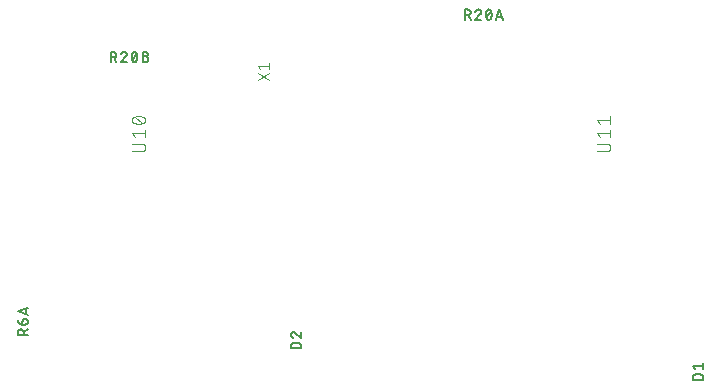
<source format=gbr>
G04 EAGLE Gerber RS-274X export*
G75*
%MOMM*%
%FSLAX34Y34*%
%LPD*%
%INLabels*%
%IPPOS*%
%AMOC8*
5,1,8,0,0,1.08239X$1,22.5*%
G01*
%ADD10C,0.127000*%
%ADD11C,0.101600*%


D10*
X951611Y661035D02*
X942975Y661035D01*
X942975Y663434D01*
X942977Y663531D01*
X942983Y663627D01*
X942992Y663723D01*
X943006Y663819D01*
X943023Y663914D01*
X943045Y664008D01*
X943070Y664101D01*
X943098Y664194D01*
X943131Y664285D01*
X943167Y664374D01*
X943207Y664462D01*
X943250Y664549D01*
X943296Y664634D01*
X943346Y664716D01*
X943400Y664797D01*
X943456Y664875D01*
X943516Y664951D01*
X943578Y665025D01*
X943644Y665096D01*
X943712Y665164D01*
X943783Y665230D01*
X943857Y665292D01*
X943933Y665352D01*
X944011Y665408D01*
X944092Y665462D01*
X944175Y665512D01*
X944259Y665558D01*
X944346Y665601D01*
X944434Y665641D01*
X944523Y665677D01*
X944614Y665710D01*
X944707Y665738D01*
X944800Y665763D01*
X944894Y665785D01*
X944989Y665802D01*
X945085Y665816D01*
X945181Y665825D01*
X945277Y665831D01*
X945374Y665833D01*
X949212Y665833D01*
X949309Y665831D01*
X949405Y665825D01*
X949501Y665816D01*
X949597Y665802D01*
X949692Y665785D01*
X949786Y665763D01*
X949879Y665738D01*
X949972Y665710D01*
X950063Y665677D01*
X950152Y665641D01*
X950240Y665601D01*
X950327Y665558D01*
X950412Y665512D01*
X950494Y665462D01*
X950575Y665408D01*
X950653Y665352D01*
X950729Y665292D01*
X950803Y665230D01*
X950874Y665164D01*
X950942Y665096D01*
X951008Y665025D01*
X951070Y664951D01*
X951130Y664875D01*
X951186Y664797D01*
X951240Y664716D01*
X951290Y664634D01*
X951336Y664549D01*
X951379Y664462D01*
X951419Y664374D01*
X951455Y664285D01*
X951488Y664194D01*
X951516Y664101D01*
X951541Y664008D01*
X951563Y663914D01*
X951580Y663819D01*
X951594Y663723D01*
X951603Y663627D01*
X951609Y663531D01*
X951611Y663434D01*
X951611Y661035D01*
X944894Y670248D02*
X942975Y672646D01*
X951611Y672646D01*
X951611Y670248D02*
X951611Y675045D01*
X611251Y687705D02*
X602615Y687705D01*
X602615Y690104D01*
X602617Y690201D01*
X602623Y690297D01*
X602632Y690393D01*
X602646Y690489D01*
X602663Y690584D01*
X602685Y690678D01*
X602710Y690771D01*
X602738Y690864D01*
X602771Y690955D01*
X602807Y691044D01*
X602847Y691132D01*
X602890Y691219D01*
X602936Y691304D01*
X602986Y691386D01*
X603040Y691467D01*
X603096Y691545D01*
X603156Y691621D01*
X603218Y691695D01*
X603284Y691766D01*
X603352Y691834D01*
X603423Y691900D01*
X603497Y691962D01*
X603573Y692022D01*
X603651Y692078D01*
X603732Y692132D01*
X603815Y692182D01*
X603899Y692228D01*
X603986Y692271D01*
X604074Y692311D01*
X604163Y692347D01*
X604254Y692380D01*
X604347Y692408D01*
X604440Y692433D01*
X604534Y692455D01*
X604629Y692472D01*
X604725Y692486D01*
X604821Y692495D01*
X604917Y692501D01*
X605014Y692503D01*
X608852Y692503D01*
X608949Y692501D01*
X609045Y692495D01*
X609141Y692486D01*
X609237Y692472D01*
X609332Y692455D01*
X609426Y692433D01*
X609519Y692408D01*
X609612Y692380D01*
X609703Y692347D01*
X609792Y692311D01*
X609880Y692271D01*
X609967Y692228D01*
X610052Y692182D01*
X610134Y692132D01*
X610215Y692078D01*
X610293Y692022D01*
X610369Y691962D01*
X610443Y691900D01*
X610514Y691834D01*
X610582Y691766D01*
X610648Y691695D01*
X610710Y691621D01*
X610770Y691545D01*
X610826Y691467D01*
X610880Y691386D01*
X610930Y691304D01*
X610976Y691219D01*
X611019Y691132D01*
X611059Y691044D01*
X611095Y690955D01*
X611128Y690864D01*
X611156Y690771D01*
X611181Y690678D01*
X611203Y690584D01*
X611220Y690489D01*
X611234Y690393D01*
X611243Y690297D01*
X611249Y690201D01*
X611251Y690104D01*
X611251Y687705D01*
X602615Y699556D02*
X602617Y699648D01*
X602623Y699739D01*
X602632Y699830D01*
X602646Y699921D01*
X602663Y700011D01*
X602685Y700100D01*
X602710Y700188D01*
X602738Y700275D01*
X602771Y700361D01*
X602807Y700445D01*
X602846Y700528D01*
X602889Y700609D01*
X602936Y700688D01*
X602985Y700765D01*
X603038Y700840D01*
X603094Y700912D01*
X603153Y700982D01*
X603215Y701050D01*
X603280Y701115D01*
X603348Y701177D01*
X603418Y701236D01*
X603490Y701292D01*
X603565Y701345D01*
X603642Y701394D01*
X603721Y701441D01*
X603802Y701484D01*
X603885Y701523D01*
X603969Y701559D01*
X604055Y701592D01*
X604142Y701620D01*
X604230Y701645D01*
X604319Y701667D01*
X604409Y701684D01*
X604500Y701698D01*
X604591Y701707D01*
X604682Y701713D01*
X604774Y701715D01*
X602615Y699556D02*
X602617Y699453D01*
X602623Y699351D01*
X602632Y699249D01*
X602645Y699147D01*
X602662Y699046D01*
X602683Y698945D01*
X602707Y698846D01*
X602736Y698747D01*
X602767Y698650D01*
X602803Y698553D01*
X602841Y698458D01*
X602884Y698365D01*
X602930Y698273D01*
X602979Y698183D01*
X603031Y698095D01*
X603087Y698008D01*
X603146Y697924D01*
X603207Y697843D01*
X603272Y697763D01*
X603340Y697686D01*
X603411Y697611D01*
X603484Y697540D01*
X603560Y697471D01*
X603638Y697404D01*
X603719Y697341D01*
X603802Y697281D01*
X603887Y697224D01*
X603974Y697170D01*
X604064Y697119D01*
X604155Y697072D01*
X604247Y697028D01*
X604342Y696987D01*
X604437Y696950D01*
X604534Y696917D01*
X606453Y700995D02*
X606387Y701062D01*
X606318Y701126D01*
X606247Y701187D01*
X606173Y701245D01*
X606097Y701300D01*
X606019Y701352D01*
X605939Y701401D01*
X605857Y701447D01*
X605773Y701489D01*
X605687Y701528D01*
X605600Y701563D01*
X605512Y701594D01*
X605422Y701622D01*
X605332Y701647D01*
X605240Y701668D01*
X605148Y701685D01*
X605055Y701698D01*
X604962Y701707D01*
X604868Y701713D01*
X604774Y701715D01*
X606453Y700996D02*
X611251Y696918D01*
X611251Y701715D01*
X749935Y966089D02*
X749935Y974725D01*
X752334Y974725D01*
X752431Y974723D01*
X752527Y974717D01*
X752623Y974708D01*
X752719Y974694D01*
X752814Y974677D01*
X752908Y974655D01*
X753001Y974630D01*
X753094Y974602D01*
X753185Y974569D01*
X753274Y974533D01*
X753362Y974493D01*
X753449Y974450D01*
X753534Y974404D01*
X753616Y974354D01*
X753697Y974300D01*
X753775Y974244D01*
X753851Y974184D01*
X753925Y974122D01*
X753996Y974056D01*
X754064Y973988D01*
X754130Y973917D01*
X754192Y973843D01*
X754252Y973767D01*
X754308Y973689D01*
X754362Y973608D01*
X754412Y973526D01*
X754458Y973441D01*
X754501Y973354D01*
X754541Y973266D01*
X754577Y973177D01*
X754610Y973086D01*
X754638Y972993D01*
X754663Y972900D01*
X754685Y972806D01*
X754702Y972711D01*
X754716Y972615D01*
X754725Y972519D01*
X754731Y972423D01*
X754733Y972326D01*
X754731Y972229D01*
X754725Y972133D01*
X754716Y972037D01*
X754702Y971941D01*
X754685Y971846D01*
X754663Y971752D01*
X754638Y971659D01*
X754610Y971566D01*
X754577Y971475D01*
X754541Y971386D01*
X754501Y971298D01*
X754458Y971211D01*
X754412Y971127D01*
X754362Y971044D01*
X754308Y970963D01*
X754252Y970885D01*
X754192Y970809D01*
X754130Y970735D01*
X754064Y970664D01*
X753996Y970596D01*
X753925Y970530D01*
X753851Y970468D01*
X753775Y970408D01*
X753697Y970352D01*
X753616Y970298D01*
X753534Y970248D01*
X753449Y970202D01*
X753362Y970159D01*
X753274Y970119D01*
X753185Y970083D01*
X753094Y970050D01*
X753001Y970022D01*
X752908Y969997D01*
X752814Y969975D01*
X752719Y969958D01*
X752623Y969944D01*
X752527Y969935D01*
X752431Y969929D01*
X752334Y969927D01*
X749935Y969927D01*
X752814Y969927D02*
X754733Y966089D01*
X761414Y974725D02*
X761506Y974723D01*
X761597Y974717D01*
X761688Y974708D01*
X761779Y974694D01*
X761869Y974677D01*
X761958Y974655D01*
X762046Y974630D01*
X762133Y974602D01*
X762219Y974569D01*
X762303Y974533D01*
X762386Y974494D01*
X762467Y974451D01*
X762546Y974404D01*
X762623Y974355D01*
X762698Y974302D01*
X762770Y974246D01*
X762840Y974187D01*
X762908Y974125D01*
X762973Y974060D01*
X763035Y973992D01*
X763094Y973922D01*
X763150Y973850D01*
X763203Y973775D01*
X763252Y973698D01*
X763299Y973619D01*
X763342Y973538D01*
X763381Y973455D01*
X763417Y973371D01*
X763450Y973285D01*
X763478Y973198D01*
X763503Y973110D01*
X763525Y973021D01*
X763542Y972931D01*
X763556Y972840D01*
X763565Y972749D01*
X763571Y972658D01*
X763573Y972566D01*
X761414Y974725D02*
X761311Y974723D01*
X761209Y974717D01*
X761107Y974708D01*
X761005Y974695D01*
X760904Y974678D01*
X760803Y974657D01*
X760704Y974633D01*
X760605Y974604D01*
X760508Y974573D01*
X760411Y974537D01*
X760316Y974499D01*
X760223Y974456D01*
X760131Y974410D01*
X760041Y974361D01*
X759953Y974309D01*
X759866Y974253D01*
X759782Y974194D01*
X759701Y974133D01*
X759621Y974068D01*
X759544Y974000D01*
X759469Y973929D01*
X759398Y973856D01*
X759329Y973780D01*
X759262Y973702D01*
X759199Y973621D01*
X759139Y973538D01*
X759082Y973453D01*
X759028Y973366D01*
X758977Y973276D01*
X758930Y973185D01*
X758886Y973093D01*
X758845Y972998D01*
X758808Y972903D01*
X758775Y972806D01*
X762853Y970887D02*
X762920Y970953D01*
X762984Y971022D01*
X763045Y971093D01*
X763103Y971167D01*
X763158Y971243D01*
X763210Y971321D01*
X763259Y971401D01*
X763305Y971483D01*
X763347Y971567D01*
X763386Y971653D01*
X763421Y971740D01*
X763452Y971828D01*
X763480Y971918D01*
X763505Y972008D01*
X763526Y972100D01*
X763543Y972192D01*
X763556Y972285D01*
X763565Y972378D01*
X763571Y972472D01*
X763573Y972566D01*
X762854Y970887D02*
X758776Y966089D01*
X763573Y966089D01*
X767691Y970407D02*
X767693Y970577D01*
X767699Y970747D01*
X767709Y970916D01*
X767723Y971086D01*
X767742Y971255D01*
X767764Y971423D01*
X767790Y971591D01*
X767820Y971758D01*
X767855Y971924D01*
X767893Y972090D01*
X767935Y972255D01*
X767981Y972418D01*
X768031Y972581D01*
X768085Y972742D01*
X768142Y972902D01*
X768204Y973060D01*
X768269Y973217D01*
X768338Y973372D01*
X768411Y973526D01*
X768439Y973602D01*
X768471Y973677D01*
X768506Y973751D01*
X768544Y973823D01*
X768586Y973893D01*
X768631Y973961D01*
X768679Y974027D01*
X768730Y974091D01*
X768784Y974152D01*
X768840Y974211D01*
X768900Y974267D01*
X768961Y974320D01*
X769025Y974370D01*
X769092Y974418D01*
X769160Y974462D01*
X769231Y974503D01*
X769303Y974541D01*
X769377Y974575D01*
X769452Y974606D01*
X769529Y974634D01*
X769607Y974658D01*
X769686Y974678D01*
X769766Y974695D01*
X769846Y974708D01*
X769927Y974718D01*
X770008Y974723D01*
X770090Y974725D01*
X770172Y974723D01*
X770253Y974718D01*
X770334Y974708D01*
X770414Y974695D01*
X770494Y974678D01*
X770573Y974658D01*
X770651Y974634D01*
X770728Y974606D01*
X770803Y974575D01*
X770877Y974541D01*
X770949Y974503D01*
X771020Y974462D01*
X771088Y974418D01*
X771155Y974370D01*
X771219Y974320D01*
X771280Y974267D01*
X771340Y974211D01*
X771396Y974152D01*
X771450Y974091D01*
X771501Y974027D01*
X771549Y973961D01*
X771594Y973893D01*
X771636Y973823D01*
X771674Y973751D01*
X771709Y973677D01*
X771741Y973602D01*
X771769Y973526D01*
X771842Y973372D01*
X771911Y973217D01*
X771976Y973060D01*
X772038Y972902D01*
X772095Y972742D01*
X772149Y972581D01*
X772199Y972418D01*
X772245Y972255D01*
X772287Y972090D01*
X772325Y971924D01*
X772360Y971758D01*
X772390Y971591D01*
X772416Y971423D01*
X772438Y971255D01*
X772457Y971086D01*
X772471Y970916D01*
X772481Y970747D01*
X772487Y970577D01*
X772489Y970407D01*
X767691Y970407D02*
X767693Y970237D01*
X767699Y970067D01*
X767709Y969898D01*
X767723Y969728D01*
X767742Y969559D01*
X767764Y969391D01*
X767790Y969223D01*
X767820Y969056D01*
X767855Y968890D01*
X767893Y968724D01*
X767935Y968559D01*
X767981Y968396D01*
X768031Y968234D01*
X768085Y968072D01*
X768142Y967913D01*
X768204Y967754D01*
X768269Y967597D01*
X768338Y967442D01*
X768411Y967288D01*
X768439Y967212D01*
X768471Y967137D01*
X768506Y967063D01*
X768544Y966991D01*
X768586Y966921D01*
X768631Y966853D01*
X768679Y966787D01*
X768730Y966723D01*
X768784Y966662D01*
X768840Y966603D01*
X768900Y966547D01*
X768961Y966494D01*
X769025Y966444D01*
X769092Y966396D01*
X769160Y966352D01*
X769231Y966311D01*
X769303Y966273D01*
X769377Y966239D01*
X769452Y966208D01*
X769529Y966180D01*
X769607Y966156D01*
X769686Y966136D01*
X769766Y966119D01*
X769846Y966106D01*
X769927Y966096D01*
X770008Y966091D01*
X770090Y966089D01*
X771769Y967288D02*
X771842Y967442D01*
X771911Y967597D01*
X771976Y967754D01*
X772038Y967913D01*
X772095Y968072D01*
X772149Y968234D01*
X772199Y968396D01*
X772245Y968559D01*
X772287Y968724D01*
X772325Y968890D01*
X772360Y969056D01*
X772390Y969223D01*
X772416Y969391D01*
X772438Y969559D01*
X772457Y969728D01*
X772471Y969898D01*
X772481Y970067D01*
X772487Y970237D01*
X772489Y970407D01*
X771769Y967288D02*
X771741Y967212D01*
X771709Y967137D01*
X771674Y967063D01*
X771636Y966991D01*
X771594Y966921D01*
X771549Y966853D01*
X771501Y966787D01*
X771450Y966723D01*
X771396Y966662D01*
X771340Y966603D01*
X771280Y966547D01*
X771219Y966494D01*
X771155Y966444D01*
X771088Y966396D01*
X771020Y966352D01*
X770949Y966311D01*
X770877Y966273D01*
X770803Y966239D01*
X770728Y966208D01*
X770651Y966180D01*
X770573Y966156D01*
X770494Y966136D01*
X770414Y966119D01*
X770334Y966106D01*
X770253Y966096D01*
X770172Y966091D01*
X770090Y966089D01*
X768171Y968008D02*
X772009Y972806D01*
X779005Y974725D02*
X776127Y966089D01*
X781884Y966089D02*
X779005Y974725D01*
X781164Y968248D02*
X776846Y968248D01*
X450027Y938911D02*
X450027Y930275D01*
X450027Y938911D02*
X452426Y938911D01*
X452523Y938909D01*
X452619Y938903D01*
X452715Y938894D01*
X452811Y938880D01*
X452906Y938863D01*
X453000Y938841D01*
X453093Y938816D01*
X453186Y938788D01*
X453277Y938755D01*
X453366Y938719D01*
X453454Y938679D01*
X453541Y938636D01*
X453626Y938590D01*
X453708Y938540D01*
X453789Y938486D01*
X453867Y938430D01*
X453943Y938370D01*
X454017Y938308D01*
X454088Y938242D01*
X454156Y938174D01*
X454222Y938103D01*
X454284Y938029D01*
X454344Y937953D01*
X454400Y937875D01*
X454454Y937794D01*
X454504Y937712D01*
X454550Y937627D01*
X454593Y937540D01*
X454633Y937452D01*
X454669Y937363D01*
X454702Y937272D01*
X454730Y937179D01*
X454755Y937086D01*
X454777Y936992D01*
X454794Y936897D01*
X454808Y936801D01*
X454817Y936705D01*
X454823Y936609D01*
X454825Y936512D01*
X454823Y936415D01*
X454817Y936319D01*
X454808Y936223D01*
X454794Y936127D01*
X454777Y936032D01*
X454755Y935938D01*
X454730Y935845D01*
X454702Y935752D01*
X454669Y935661D01*
X454633Y935572D01*
X454593Y935484D01*
X454550Y935397D01*
X454504Y935313D01*
X454454Y935230D01*
X454400Y935149D01*
X454344Y935071D01*
X454284Y934995D01*
X454222Y934921D01*
X454156Y934850D01*
X454088Y934782D01*
X454017Y934716D01*
X453943Y934654D01*
X453867Y934594D01*
X453789Y934538D01*
X453708Y934484D01*
X453626Y934434D01*
X453541Y934388D01*
X453454Y934345D01*
X453366Y934305D01*
X453277Y934269D01*
X453186Y934236D01*
X453093Y934208D01*
X453000Y934183D01*
X452906Y934161D01*
X452811Y934144D01*
X452715Y934130D01*
X452619Y934121D01*
X452523Y934115D01*
X452426Y934113D01*
X450027Y934113D01*
X452906Y934113D02*
X454825Y930275D01*
X461506Y938911D02*
X461598Y938909D01*
X461689Y938903D01*
X461780Y938894D01*
X461871Y938880D01*
X461961Y938863D01*
X462050Y938841D01*
X462138Y938816D01*
X462225Y938788D01*
X462311Y938755D01*
X462395Y938719D01*
X462478Y938680D01*
X462559Y938637D01*
X462638Y938590D01*
X462715Y938541D01*
X462790Y938488D01*
X462862Y938432D01*
X462932Y938373D01*
X463000Y938311D01*
X463065Y938246D01*
X463127Y938178D01*
X463186Y938108D01*
X463242Y938036D01*
X463295Y937961D01*
X463344Y937884D01*
X463391Y937805D01*
X463434Y937724D01*
X463473Y937641D01*
X463509Y937557D01*
X463542Y937471D01*
X463570Y937384D01*
X463595Y937296D01*
X463617Y937207D01*
X463634Y937117D01*
X463648Y937026D01*
X463657Y936935D01*
X463663Y936844D01*
X463665Y936752D01*
X461506Y938911D02*
X461403Y938909D01*
X461301Y938903D01*
X461199Y938894D01*
X461097Y938881D01*
X460996Y938864D01*
X460895Y938843D01*
X460796Y938819D01*
X460697Y938790D01*
X460600Y938759D01*
X460503Y938723D01*
X460408Y938685D01*
X460315Y938642D01*
X460223Y938596D01*
X460133Y938547D01*
X460045Y938495D01*
X459958Y938439D01*
X459874Y938380D01*
X459793Y938319D01*
X459713Y938254D01*
X459636Y938186D01*
X459561Y938115D01*
X459490Y938042D01*
X459421Y937966D01*
X459354Y937888D01*
X459291Y937807D01*
X459231Y937724D01*
X459174Y937639D01*
X459120Y937552D01*
X459069Y937462D01*
X459022Y937371D01*
X458978Y937279D01*
X458937Y937184D01*
X458900Y937089D01*
X458867Y936992D01*
X462945Y935073D02*
X463012Y935139D01*
X463076Y935208D01*
X463137Y935279D01*
X463195Y935353D01*
X463250Y935429D01*
X463302Y935507D01*
X463351Y935587D01*
X463397Y935669D01*
X463439Y935753D01*
X463478Y935839D01*
X463513Y935926D01*
X463544Y936014D01*
X463572Y936104D01*
X463597Y936194D01*
X463618Y936286D01*
X463635Y936378D01*
X463648Y936471D01*
X463657Y936564D01*
X463663Y936658D01*
X463665Y936752D01*
X462946Y935073D02*
X458867Y930275D01*
X463665Y930275D01*
X467782Y934593D02*
X467784Y934763D01*
X467790Y934933D01*
X467800Y935102D01*
X467814Y935272D01*
X467833Y935441D01*
X467855Y935609D01*
X467881Y935777D01*
X467911Y935944D01*
X467946Y936110D01*
X467984Y936276D01*
X468026Y936441D01*
X468072Y936604D01*
X468122Y936767D01*
X468176Y936928D01*
X468233Y937088D01*
X468295Y937246D01*
X468360Y937403D01*
X468429Y937558D01*
X468502Y937712D01*
X468503Y937712D02*
X468531Y937788D01*
X468563Y937863D01*
X468598Y937937D01*
X468636Y938009D01*
X468678Y938079D01*
X468723Y938147D01*
X468771Y938213D01*
X468822Y938277D01*
X468876Y938338D01*
X468932Y938397D01*
X468992Y938453D01*
X469053Y938506D01*
X469117Y938556D01*
X469184Y938604D01*
X469252Y938648D01*
X469323Y938689D01*
X469395Y938727D01*
X469469Y938761D01*
X469544Y938792D01*
X469621Y938820D01*
X469699Y938844D01*
X469778Y938864D01*
X469858Y938881D01*
X469938Y938894D01*
X470019Y938904D01*
X470100Y938909D01*
X470182Y938911D01*
X470264Y938909D01*
X470345Y938904D01*
X470426Y938894D01*
X470506Y938881D01*
X470586Y938864D01*
X470665Y938844D01*
X470743Y938820D01*
X470820Y938792D01*
X470895Y938761D01*
X470969Y938727D01*
X471041Y938689D01*
X471112Y938648D01*
X471180Y938604D01*
X471247Y938556D01*
X471311Y938506D01*
X471372Y938453D01*
X471432Y938397D01*
X471488Y938338D01*
X471542Y938277D01*
X471593Y938213D01*
X471641Y938147D01*
X471686Y938079D01*
X471728Y938009D01*
X471766Y937937D01*
X471801Y937863D01*
X471833Y937788D01*
X471861Y937712D01*
X471934Y937558D01*
X472003Y937403D01*
X472068Y937246D01*
X472130Y937088D01*
X472187Y936928D01*
X472241Y936767D01*
X472291Y936604D01*
X472337Y936441D01*
X472379Y936276D01*
X472417Y936110D01*
X472452Y935944D01*
X472482Y935777D01*
X472508Y935609D01*
X472530Y935441D01*
X472549Y935272D01*
X472563Y935102D01*
X472573Y934933D01*
X472579Y934763D01*
X472581Y934593D01*
X467783Y934593D02*
X467785Y934423D01*
X467791Y934253D01*
X467801Y934084D01*
X467815Y933914D01*
X467834Y933745D01*
X467856Y933577D01*
X467882Y933409D01*
X467912Y933242D01*
X467947Y933076D01*
X467985Y932910D01*
X468027Y932745D01*
X468073Y932582D01*
X468123Y932420D01*
X468177Y932258D01*
X468234Y932099D01*
X468296Y931940D01*
X468361Y931783D01*
X468430Y931628D01*
X468503Y931474D01*
X468531Y931398D01*
X468563Y931323D01*
X468598Y931249D01*
X468636Y931177D01*
X468678Y931107D01*
X468723Y931039D01*
X468771Y930973D01*
X468822Y930909D01*
X468876Y930848D01*
X468932Y930789D01*
X468992Y930733D01*
X469053Y930680D01*
X469117Y930630D01*
X469184Y930582D01*
X469252Y930538D01*
X469323Y930497D01*
X469395Y930459D01*
X469469Y930425D01*
X469544Y930394D01*
X469621Y930366D01*
X469699Y930342D01*
X469778Y930322D01*
X469858Y930305D01*
X469938Y930292D01*
X470019Y930282D01*
X470100Y930277D01*
X470182Y930275D01*
X471861Y931474D02*
X471934Y931628D01*
X472003Y931783D01*
X472068Y931940D01*
X472130Y932099D01*
X472187Y932258D01*
X472241Y932420D01*
X472291Y932582D01*
X472337Y932745D01*
X472379Y932910D01*
X472417Y933076D01*
X472452Y933242D01*
X472482Y933409D01*
X472508Y933577D01*
X472530Y933745D01*
X472549Y933914D01*
X472563Y934084D01*
X472573Y934253D01*
X472579Y934423D01*
X472581Y934593D01*
X471861Y931474D02*
X471833Y931398D01*
X471801Y931323D01*
X471766Y931249D01*
X471728Y931177D01*
X471686Y931107D01*
X471641Y931039D01*
X471593Y930973D01*
X471542Y930909D01*
X471488Y930848D01*
X471432Y930789D01*
X471372Y930733D01*
X471311Y930680D01*
X471247Y930630D01*
X471180Y930582D01*
X471112Y930538D01*
X471041Y930497D01*
X470969Y930459D01*
X470895Y930425D01*
X470820Y930394D01*
X470743Y930366D01*
X470665Y930342D01*
X470586Y930322D01*
X470506Y930305D01*
X470426Y930292D01*
X470345Y930282D01*
X470264Y930277D01*
X470182Y930275D01*
X468263Y932194D02*
X472101Y936992D01*
X477167Y935073D02*
X479566Y935073D01*
X479663Y935071D01*
X479759Y935065D01*
X479855Y935056D01*
X479951Y935042D01*
X480046Y935025D01*
X480140Y935003D01*
X480233Y934978D01*
X480326Y934950D01*
X480417Y934917D01*
X480506Y934881D01*
X480594Y934841D01*
X480681Y934798D01*
X480766Y934752D01*
X480848Y934702D01*
X480929Y934648D01*
X481007Y934592D01*
X481083Y934532D01*
X481157Y934470D01*
X481228Y934404D01*
X481296Y934336D01*
X481362Y934265D01*
X481424Y934191D01*
X481484Y934115D01*
X481540Y934037D01*
X481594Y933956D01*
X481644Y933874D01*
X481690Y933789D01*
X481733Y933702D01*
X481773Y933614D01*
X481809Y933525D01*
X481842Y933434D01*
X481870Y933341D01*
X481895Y933248D01*
X481917Y933154D01*
X481934Y933059D01*
X481948Y932963D01*
X481957Y932867D01*
X481963Y932771D01*
X481965Y932674D01*
X481963Y932577D01*
X481957Y932481D01*
X481948Y932385D01*
X481934Y932289D01*
X481917Y932194D01*
X481895Y932100D01*
X481870Y932007D01*
X481842Y931914D01*
X481809Y931823D01*
X481773Y931734D01*
X481733Y931646D01*
X481690Y931559D01*
X481644Y931475D01*
X481594Y931392D01*
X481540Y931311D01*
X481484Y931233D01*
X481424Y931157D01*
X481362Y931083D01*
X481296Y931012D01*
X481228Y930944D01*
X481157Y930878D01*
X481083Y930816D01*
X481007Y930756D01*
X480929Y930700D01*
X480848Y930646D01*
X480766Y930596D01*
X480681Y930550D01*
X480594Y930507D01*
X480506Y930467D01*
X480417Y930431D01*
X480326Y930398D01*
X480233Y930370D01*
X480140Y930345D01*
X480046Y930323D01*
X479951Y930306D01*
X479855Y930292D01*
X479759Y930283D01*
X479663Y930277D01*
X479566Y930275D01*
X477167Y930275D01*
X477167Y938911D01*
X479566Y938911D01*
X479652Y938909D01*
X479738Y938903D01*
X479824Y938894D01*
X479909Y938880D01*
X479993Y938863D01*
X480077Y938842D01*
X480159Y938817D01*
X480240Y938789D01*
X480320Y938757D01*
X480399Y938721D01*
X480475Y938682D01*
X480550Y938639D01*
X480623Y938594D01*
X480694Y938545D01*
X480762Y938492D01*
X480829Y938437D01*
X480892Y938379D01*
X480953Y938318D01*
X481011Y938255D01*
X481066Y938188D01*
X481119Y938120D01*
X481168Y938049D01*
X481213Y937976D01*
X481256Y937901D01*
X481295Y937825D01*
X481331Y937746D01*
X481363Y937666D01*
X481391Y937585D01*
X481416Y937503D01*
X481437Y937419D01*
X481454Y937335D01*
X481468Y937250D01*
X481477Y937164D01*
X481483Y937078D01*
X481485Y936992D01*
X481483Y936906D01*
X481477Y936820D01*
X481468Y936734D01*
X481454Y936649D01*
X481437Y936565D01*
X481416Y936481D01*
X481391Y936399D01*
X481363Y936318D01*
X481331Y936238D01*
X481295Y936159D01*
X481256Y936083D01*
X481213Y936008D01*
X481168Y935935D01*
X481119Y935864D01*
X481066Y935796D01*
X481011Y935729D01*
X480953Y935666D01*
X480892Y935605D01*
X480829Y935547D01*
X480762Y935492D01*
X480694Y935439D01*
X480623Y935390D01*
X480550Y935345D01*
X480475Y935302D01*
X480399Y935263D01*
X480320Y935227D01*
X480240Y935195D01*
X480159Y935167D01*
X480077Y935142D01*
X479993Y935121D01*
X479909Y935104D01*
X479824Y935090D01*
X479738Y935081D01*
X479652Y935075D01*
X479566Y935073D01*
X380111Y699135D02*
X371475Y699135D01*
X371475Y701534D01*
X371477Y701631D01*
X371483Y701727D01*
X371492Y701823D01*
X371506Y701919D01*
X371523Y702014D01*
X371545Y702108D01*
X371570Y702201D01*
X371598Y702294D01*
X371631Y702385D01*
X371667Y702474D01*
X371707Y702562D01*
X371750Y702649D01*
X371796Y702734D01*
X371846Y702816D01*
X371900Y702897D01*
X371956Y702975D01*
X372016Y703051D01*
X372078Y703125D01*
X372144Y703196D01*
X372212Y703264D01*
X372283Y703330D01*
X372357Y703392D01*
X372433Y703452D01*
X372511Y703508D01*
X372592Y703562D01*
X372675Y703612D01*
X372759Y703658D01*
X372846Y703701D01*
X372934Y703741D01*
X373023Y703777D01*
X373114Y703810D01*
X373207Y703838D01*
X373300Y703863D01*
X373394Y703885D01*
X373489Y703902D01*
X373585Y703916D01*
X373681Y703925D01*
X373777Y703931D01*
X373874Y703933D01*
X373971Y703931D01*
X374067Y703925D01*
X374163Y703916D01*
X374259Y703902D01*
X374354Y703885D01*
X374448Y703863D01*
X374541Y703838D01*
X374634Y703810D01*
X374725Y703777D01*
X374814Y703741D01*
X374902Y703701D01*
X374989Y703658D01*
X375074Y703612D01*
X375156Y703562D01*
X375237Y703508D01*
X375315Y703452D01*
X375391Y703392D01*
X375465Y703330D01*
X375536Y703264D01*
X375604Y703196D01*
X375670Y703125D01*
X375732Y703051D01*
X375792Y702975D01*
X375848Y702897D01*
X375902Y702816D01*
X375952Y702734D01*
X375998Y702649D01*
X376041Y702562D01*
X376081Y702474D01*
X376117Y702385D01*
X376150Y702294D01*
X376178Y702201D01*
X376203Y702108D01*
X376225Y702014D01*
X376242Y701919D01*
X376256Y701823D01*
X376265Y701727D01*
X376271Y701631D01*
X376273Y701534D01*
X376273Y699135D01*
X376273Y702014D02*
X380111Y703933D01*
X375313Y707976D02*
X375313Y710854D01*
X375315Y710940D01*
X375321Y711026D01*
X375330Y711112D01*
X375344Y711197D01*
X375361Y711281D01*
X375382Y711365D01*
X375407Y711447D01*
X375435Y711528D01*
X375467Y711608D01*
X375503Y711687D01*
X375542Y711763D01*
X375585Y711838D01*
X375630Y711911D01*
X375680Y711982D01*
X375732Y712050D01*
X375787Y712117D01*
X375845Y712180D01*
X375906Y712241D01*
X375969Y712299D01*
X376036Y712354D01*
X376104Y712407D01*
X376175Y712456D01*
X376248Y712501D01*
X376323Y712544D01*
X376399Y712583D01*
X376478Y712619D01*
X376558Y712651D01*
X376639Y712679D01*
X376722Y712704D01*
X376805Y712725D01*
X376889Y712742D01*
X376974Y712756D01*
X377060Y712765D01*
X377146Y712771D01*
X377232Y712773D01*
X377712Y712773D01*
X377712Y712774D02*
X377809Y712772D01*
X377905Y712766D01*
X378001Y712757D01*
X378097Y712743D01*
X378192Y712726D01*
X378286Y712704D01*
X378379Y712679D01*
X378472Y712651D01*
X378563Y712618D01*
X378652Y712582D01*
X378740Y712542D01*
X378827Y712499D01*
X378912Y712453D01*
X378994Y712403D01*
X379075Y712349D01*
X379153Y712293D01*
X379229Y712233D01*
X379303Y712171D01*
X379374Y712105D01*
X379442Y712037D01*
X379508Y711966D01*
X379570Y711892D01*
X379630Y711816D01*
X379686Y711738D01*
X379740Y711657D01*
X379790Y711575D01*
X379836Y711490D01*
X379879Y711403D01*
X379919Y711315D01*
X379955Y711226D01*
X379988Y711135D01*
X380016Y711042D01*
X380041Y710949D01*
X380063Y710855D01*
X380080Y710760D01*
X380094Y710664D01*
X380103Y710568D01*
X380109Y710472D01*
X380111Y710375D01*
X380109Y710278D01*
X380103Y710182D01*
X380094Y710086D01*
X380080Y709990D01*
X380063Y709895D01*
X380041Y709801D01*
X380016Y709708D01*
X379988Y709615D01*
X379955Y709524D01*
X379919Y709435D01*
X379879Y709347D01*
X379836Y709260D01*
X379790Y709176D01*
X379740Y709093D01*
X379686Y709012D01*
X379630Y708934D01*
X379570Y708858D01*
X379508Y708784D01*
X379442Y708713D01*
X379374Y708645D01*
X379303Y708579D01*
X379229Y708517D01*
X379153Y708457D01*
X379075Y708401D01*
X378994Y708347D01*
X378912Y708297D01*
X378827Y708251D01*
X378740Y708208D01*
X378652Y708168D01*
X378563Y708132D01*
X378472Y708099D01*
X378379Y708071D01*
X378286Y708046D01*
X378192Y708024D01*
X378097Y708007D01*
X378001Y707993D01*
X377905Y707984D01*
X377809Y707978D01*
X377712Y707976D01*
X375313Y707976D01*
X375190Y707978D01*
X375067Y707984D01*
X374944Y707994D01*
X374822Y708008D01*
X374700Y708025D01*
X374579Y708047D01*
X374459Y708072D01*
X374339Y708102D01*
X374221Y708135D01*
X374104Y708172D01*
X373987Y708212D01*
X373873Y708256D01*
X373759Y708304D01*
X373648Y708356D01*
X373538Y708411D01*
X373430Y708470D01*
X373323Y708532D01*
X373219Y708597D01*
X373117Y708666D01*
X373017Y708738D01*
X372920Y708813D01*
X372825Y708892D01*
X372733Y708973D01*
X372643Y709057D01*
X372556Y709144D01*
X372472Y709234D01*
X372391Y709326D01*
X372312Y709421D01*
X372237Y709518D01*
X372165Y709618D01*
X372096Y709720D01*
X372031Y709824D01*
X371969Y709931D01*
X371910Y710039D01*
X371855Y710149D01*
X371803Y710260D01*
X371756Y710374D01*
X371711Y710488D01*
X371671Y710605D01*
X371634Y710722D01*
X371601Y710840D01*
X371571Y710960D01*
X371546Y711080D01*
X371524Y711201D01*
X371507Y711323D01*
X371493Y711445D01*
X371483Y711568D01*
X371477Y711691D01*
X371475Y711814D01*
X371475Y719290D02*
X380111Y716411D01*
X380111Y722169D02*
X371475Y719290D01*
X377952Y721449D02*
X377952Y717131D01*
D11*
X467693Y854667D02*
X476148Y854667D01*
X476148Y854666D02*
X476260Y854668D01*
X476372Y854674D01*
X476484Y854683D01*
X476596Y854697D01*
X476707Y854714D01*
X476817Y854736D01*
X476926Y854760D01*
X477035Y854789D01*
X477142Y854822D01*
X477249Y854858D01*
X477353Y854898D01*
X477457Y854941D01*
X477559Y854988D01*
X477659Y855038D01*
X477758Y855092D01*
X477854Y855150D01*
X477949Y855210D01*
X478041Y855274D01*
X478131Y855341D01*
X478219Y855411D01*
X478304Y855484D01*
X478387Y855560D01*
X478467Y855638D01*
X478545Y855720D01*
X478619Y855804D01*
X478691Y855890D01*
X478759Y855979D01*
X478824Y856071D01*
X478887Y856164D01*
X478945Y856260D01*
X479001Y856357D01*
X479053Y856457D01*
X479102Y856558D01*
X479147Y856661D01*
X479189Y856765D01*
X479227Y856870D01*
X479261Y856977D01*
X479292Y857085D01*
X479318Y857194D01*
X479342Y857304D01*
X479361Y857415D01*
X479376Y857526D01*
X479388Y857638D01*
X479396Y857750D01*
X479400Y857862D01*
X479400Y857974D01*
X479396Y858086D01*
X479388Y858198D01*
X479376Y858310D01*
X479361Y858421D01*
X479342Y858532D01*
X479318Y858642D01*
X479292Y858751D01*
X479261Y858859D01*
X479227Y858966D01*
X479189Y859071D01*
X479147Y859175D01*
X479102Y859278D01*
X479053Y859379D01*
X479001Y859479D01*
X478945Y859576D01*
X478887Y859672D01*
X478824Y859765D01*
X478759Y859857D01*
X478691Y859946D01*
X478619Y860032D01*
X478545Y860116D01*
X478467Y860198D01*
X478387Y860276D01*
X478304Y860352D01*
X478219Y860425D01*
X478131Y860495D01*
X478041Y860562D01*
X477949Y860626D01*
X477854Y860686D01*
X477758Y860744D01*
X477659Y860798D01*
X477559Y860848D01*
X477457Y860895D01*
X477353Y860938D01*
X477249Y860978D01*
X477142Y861014D01*
X477035Y861047D01*
X476926Y861076D01*
X476817Y861100D01*
X476707Y861122D01*
X476596Y861139D01*
X476484Y861153D01*
X476372Y861162D01*
X476260Y861168D01*
X476148Y861170D01*
X467693Y861170D01*
X470295Y866499D02*
X467693Y869750D01*
X479400Y869750D01*
X479400Y866499D02*
X479400Y873002D01*
X473547Y877949D02*
X473317Y877952D01*
X473087Y877960D01*
X472857Y877974D01*
X472627Y877993D01*
X472398Y878018D01*
X472170Y878048D01*
X471942Y878083D01*
X471716Y878124D01*
X471490Y878171D01*
X471266Y878223D01*
X471043Y878280D01*
X470821Y878342D01*
X470601Y878410D01*
X470382Y878483D01*
X470166Y878561D01*
X469951Y878644D01*
X469738Y878733D01*
X469528Y878826D01*
X469320Y878925D01*
X469229Y878958D01*
X469140Y878995D01*
X469053Y879035D01*
X468967Y879079D01*
X468883Y879126D01*
X468801Y879176D01*
X468721Y879229D01*
X468643Y879286D01*
X468568Y879346D01*
X468495Y879409D01*
X468424Y879475D01*
X468357Y879543D01*
X468292Y879614D01*
X468230Y879688D01*
X468171Y879764D01*
X468115Y879842D01*
X468062Y879923D01*
X468012Y880005D01*
X467966Y880090D01*
X467923Y880176D01*
X467884Y880264D01*
X467848Y880353D01*
X467816Y880444D01*
X467788Y880536D01*
X467763Y880629D01*
X467742Y880723D01*
X467725Y880818D01*
X467711Y880913D01*
X467702Y881009D01*
X467696Y881105D01*
X467694Y881201D01*
X467696Y881297D01*
X467702Y881393D01*
X467711Y881489D01*
X467725Y881584D01*
X467742Y881679D01*
X467763Y881773D01*
X467788Y881866D01*
X467816Y881958D01*
X467848Y882049D01*
X467884Y882138D01*
X467923Y882226D01*
X467966Y882312D01*
X468012Y882397D01*
X468062Y882480D01*
X468115Y882560D01*
X468171Y882638D01*
X468230Y882714D01*
X468292Y882788D01*
X468357Y882859D01*
X468424Y882928D01*
X468495Y882993D01*
X468568Y883056D01*
X468643Y883116D01*
X468721Y883173D01*
X468801Y883226D01*
X468883Y883276D01*
X468967Y883324D01*
X469053Y883367D01*
X469140Y883407D01*
X469229Y883444D01*
X469320Y883477D01*
X469528Y883576D01*
X469738Y883669D01*
X469951Y883758D01*
X470166Y883841D01*
X470382Y883919D01*
X470601Y883992D01*
X470821Y884060D01*
X471043Y884122D01*
X471266Y884179D01*
X471490Y884231D01*
X471716Y884278D01*
X471942Y884319D01*
X472170Y884354D01*
X472398Y884384D01*
X472627Y884409D01*
X472857Y884428D01*
X473087Y884442D01*
X473317Y884450D01*
X473547Y884453D01*
X473547Y877949D02*
X473777Y877952D01*
X474007Y877960D01*
X474237Y877974D01*
X474467Y877993D01*
X474696Y878018D01*
X474924Y878048D01*
X475152Y878083D01*
X475378Y878124D01*
X475604Y878171D01*
X475828Y878223D01*
X476051Y878280D01*
X476273Y878342D01*
X476493Y878410D01*
X476712Y878483D01*
X476928Y878561D01*
X477143Y878644D01*
X477356Y878733D01*
X477566Y878826D01*
X477774Y878925D01*
X477865Y878958D01*
X477954Y878995D01*
X478041Y879035D01*
X478127Y879079D01*
X478211Y879126D01*
X478293Y879176D01*
X478373Y879230D01*
X478451Y879286D01*
X478526Y879346D01*
X478599Y879409D01*
X478670Y879475D01*
X478737Y879543D01*
X478802Y879614D01*
X478864Y879688D01*
X478923Y879764D01*
X478979Y879842D01*
X479032Y879923D01*
X479082Y880005D01*
X479128Y880090D01*
X479171Y880176D01*
X479210Y880264D01*
X479246Y880353D01*
X479278Y880444D01*
X479306Y880536D01*
X479331Y880629D01*
X479352Y880723D01*
X479369Y880818D01*
X479383Y880913D01*
X479392Y881009D01*
X479398Y881105D01*
X479400Y881201D01*
X477774Y883477D02*
X477566Y883576D01*
X477356Y883669D01*
X477143Y883758D01*
X476928Y883841D01*
X476712Y883919D01*
X476493Y883992D01*
X476273Y884060D01*
X476051Y884122D01*
X475828Y884179D01*
X475604Y884231D01*
X475378Y884278D01*
X475152Y884319D01*
X474924Y884354D01*
X474696Y884384D01*
X474467Y884409D01*
X474237Y884428D01*
X474007Y884442D01*
X473777Y884450D01*
X473547Y884453D01*
X477774Y883477D02*
X477865Y883444D01*
X477954Y883407D01*
X478041Y883367D01*
X478127Y883323D01*
X478211Y883276D01*
X478293Y883226D01*
X478373Y883173D01*
X478451Y883116D01*
X478526Y883056D01*
X478599Y882993D01*
X478670Y882927D01*
X478737Y882859D01*
X478802Y882788D01*
X478864Y882714D01*
X478923Y882638D01*
X478979Y882560D01*
X479032Y882479D01*
X479082Y882397D01*
X479128Y882312D01*
X479171Y882226D01*
X479210Y882138D01*
X479246Y882049D01*
X479278Y881958D01*
X479306Y881866D01*
X479331Y881773D01*
X479352Y881679D01*
X479369Y881584D01*
X479383Y881489D01*
X479392Y881393D01*
X479398Y881297D01*
X479400Y881201D01*
X476799Y878599D02*
X470295Y883802D01*
X861393Y854667D02*
X869848Y854667D01*
X869848Y854666D02*
X869960Y854668D01*
X870072Y854674D01*
X870184Y854683D01*
X870296Y854697D01*
X870407Y854714D01*
X870517Y854736D01*
X870626Y854760D01*
X870735Y854789D01*
X870842Y854822D01*
X870949Y854858D01*
X871053Y854898D01*
X871157Y854941D01*
X871259Y854988D01*
X871359Y855038D01*
X871458Y855092D01*
X871554Y855150D01*
X871649Y855210D01*
X871741Y855274D01*
X871831Y855341D01*
X871919Y855411D01*
X872004Y855484D01*
X872087Y855560D01*
X872167Y855638D01*
X872245Y855720D01*
X872319Y855804D01*
X872391Y855890D01*
X872459Y855979D01*
X872524Y856071D01*
X872587Y856164D01*
X872645Y856260D01*
X872701Y856357D01*
X872753Y856457D01*
X872802Y856558D01*
X872847Y856661D01*
X872889Y856765D01*
X872927Y856870D01*
X872961Y856977D01*
X872992Y857085D01*
X873018Y857194D01*
X873042Y857304D01*
X873061Y857415D01*
X873076Y857526D01*
X873088Y857638D01*
X873096Y857750D01*
X873100Y857862D01*
X873100Y857974D01*
X873096Y858086D01*
X873088Y858198D01*
X873076Y858310D01*
X873061Y858421D01*
X873042Y858532D01*
X873018Y858642D01*
X872992Y858751D01*
X872961Y858859D01*
X872927Y858966D01*
X872889Y859071D01*
X872847Y859175D01*
X872802Y859278D01*
X872753Y859379D01*
X872701Y859479D01*
X872645Y859576D01*
X872587Y859672D01*
X872524Y859765D01*
X872459Y859857D01*
X872391Y859946D01*
X872319Y860032D01*
X872245Y860116D01*
X872167Y860198D01*
X872087Y860276D01*
X872004Y860352D01*
X871919Y860425D01*
X871831Y860495D01*
X871741Y860562D01*
X871649Y860626D01*
X871554Y860686D01*
X871458Y860744D01*
X871359Y860798D01*
X871259Y860848D01*
X871157Y860895D01*
X871053Y860938D01*
X870949Y860978D01*
X870842Y861014D01*
X870735Y861047D01*
X870626Y861076D01*
X870517Y861100D01*
X870407Y861122D01*
X870296Y861139D01*
X870184Y861153D01*
X870072Y861162D01*
X869960Y861168D01*
X869848Y861170D01*
X861393Y861170D01*
X863995Y866499D02*
X861393Y869750D01*
X873100Y869750D01*
X873100Y866499D02*
X873100Y873002D01*
X863995Y877949D02*
X861393Y881201D01*
X873100Y881201D01*
X873100Y877949D02*
X873100Y884453D01*
X583692Y914908D02*
X574548Y921004D01*
X574548Y914908D02*
X583692Y921004D01*
X576580Y924560D02*
X574548Y927100D01*
X583692Y927100D01*
X583692Y924560D02*
X583692Y929640D01*
M02*

</source>
